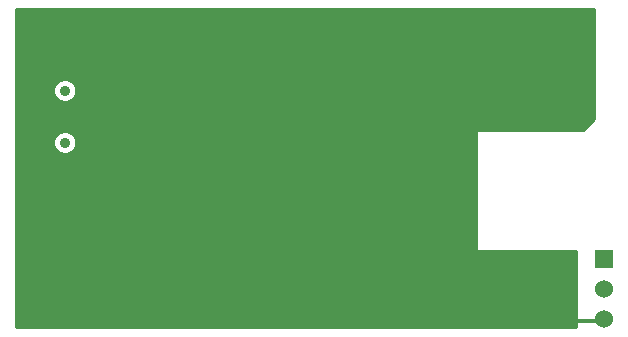
<source format=gbl>
G04 (created by PCBNEW-RS274X (2012-jan-04)-stable) date Fri 04 May 2012 01:52:08 PM EEST*
G01*
G70*
G90*
%MOIN*%
G04 Gerber Fmt 3.4, Leading zero omitted, Abs format*
%FSLAX34Y34*%
G04 APERTURE LIST*
%ADD10C,0.006000*%
%ADD11C,0.035400*%
%ADD12R,0.060000X0.060000*%
%ADD13C,0.060000*%
%ADD14C,0.055100*%
%ADD15C,0.011800*%
%ADD16C,0.010000*%
G04 APERTURE END LIST*
G54D10*
G54D11*
X19516Y-26384D03*
X19516Y-28116D03*
G54D12*
X37500Y-32000D03*
G54D13*
X37500Y-33000D03*
X37500Y-34000D03*
G54D14*
X32185Y-24114D03*
X22047Y-32972D03*
X26969Y-24016D03*
X32283Y-31890D03*
X28642Y-26673D03*
X36614Y-24409D03*
X30413Y-26673D03*
X30807Y-28051D03*
X32087Y-34055D03*
X28642Y-34055D03*
X28150Y-32087D03*
X29429Y-28740D03*
X28150Y-27657D03*
X35531Y-34055D03*
X21555Y-27854D03*
X31890Y-30315D03*
X23031Y-24902D03*
X35630Y-26575D03*
G54D15*
X30413Y-27657D02*
X30807Y-28051D01*
X35531Y-34055D02*
X32087Y-34055D01*
X32087Y-32086D02*
X32283Y-31890D01*
X32087Y-34055D02*
X32087Y-32086D01*
X37445Y-34055D02*
X37500Y-34000D01*
X35531Y-34055D02*
X37445Y-34055D01*
X30413Y-26673D02*
X30413Y-27657D01*
G54D10*
G36*
X37155Y-27341D02*
X36790Y-27706D01*
X33218Y-27705D01*
X33218Y-31743D01*
X36564Y-31743D01*
X36564Y-34265D01*
X19900Y-34265D01*
X19900Y-28193D01*
X19900Y-28040D01*
X19900Y-26461D01*
X19900Y-26308D01*
X19842Y-26167D01*
X19734Y-26059D01*
X19593Y-26000D01*
X19440Y-26000D01*
X19299Y-26058D01*
X19191Y-26166D01*
X19132Y-26307D01*
X19132Y-26460D01*
X19190Y-26601D01*
X19298Y-26709D01*
X19439Y-26768D01*
X19592Y-26768D01*
X19733Y-26710D01*
X19841Y-26602D01*
X19900Y-26461D01*
X19900Y-28040D01*
X19842Y-27899D01*
X19734Y-27791D01*
X19593Y-27732D01*
X19440Y-27732D01*
X19299Y-27790D01*
X19191Y-27898D01*
X19132Y-28039D01*
X19132Y-28192D01*
X19190Y-28333D01*
X19298Y-28441D01*
X19439Y-28500D01*
X19592Y-28500D01*
X19733Y-28442D01*
X19841Y-28334D01*
X19900Y-28193D01*
X19900Y-34265D01*
X17900Y-34265D01*
X17900Y-23672D01*
X37155Y-23672D01*
X37155Y-27341D01*
X37155Y-27341D01*
G37*
G54D16*
X37155Y-27341D02*
X36790Y-27706D01*
X33218Y-27705D01*
X33218Y-31743D01*
X36564Y-31743D01*
X36564Y-34265D01*
X19900Y-34265D01*
X19900Y-28193D01*
X19900Y-28040D01*
X19900Y-26461D01*
X19900Y-26308D01*
X19842Y-26167D01*
X19734Y-26059D01*
X19593Y-26000D01*
X19440Y-26000D01*
X19299Y-26058D01*
X19191Y-26166D01*
X19132Y-26307D01*
X19132Y-26460D01*
X19190Y-26601D01*
X19298Y-26709D01*
X19439Y-26768D01*
X19592Y-26768D01*
X19733Y-26710D01*
X19841Y-26602D01*
X19900Y-26461D01*
X19900Y-28040D01*
X19842Y-27899D01*
X19734Y-27791D01*
X19593Y-27732D01*
X19440Y-27732D01*
X19299Y-27790D01*
X19191Y-27898D01*
X19132Y-28039D01*
X19132Y-28192D01*
X19190Y-28333D01*
X19298Y-28441D01*
X19439Y-28500D01*
X19592Y-28500D01*
X19733Y-28442D01*
X19841Y-28334D01*
X19900Y-28193D01*
X19900Y-34265D01*
X17900Y-34265D01*
X17900Y-23672D01*
X37155Y-23672D01*
X37155Y-27341D01*
M02*

</source>
